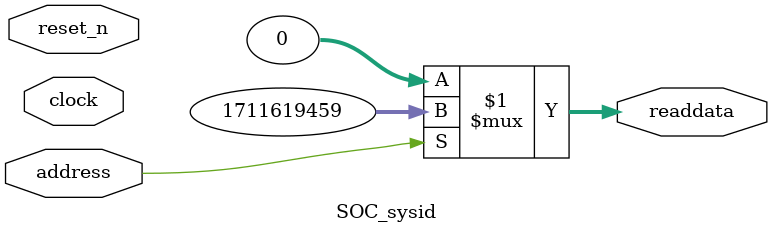
<source format=v>

`timescale 1ns / 1ps
// synthesis translate_on

// turn off superfluous verilog processor warnings 
// altera message_level Level1 
// altera message_off 10034 10035 10036 10037 10230 10240 10030 

module SOC_sysid (
               // inputs:
                address,
                clock,
                reset_n,

               // outputs:
                readdata
             )
;

  output  [ 31: 0] readdata;
  input            address;
  input            clock;
  input            reset_n;

  wire    [ 31: 0] readdata;
  //control_slave, which is an e_avalon_slave
  assign readdata = address ? 1711619459 : 0;

endmodule




</source>
